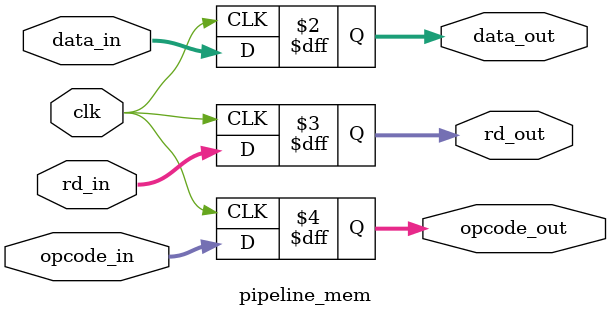
<source format=sv>
module pipeline_mem (
    input clk,
    input [31:0] data_in,
    input [4:0] rd_in,
    input [6:0] opcode_in,
    output reg [31:0] data_out,
    output reg [4:0] rd_out,
    output reg [6:0] opcode_out
);

always @(negedge clk ) begin
   data_out = data_in; 
   rd_out = rd_in;
   opcode_out = opcode_in;
end
    
endmodule
</source>
